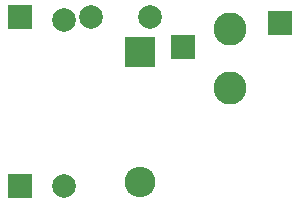
<source format=gts>
G04 #@! TF.GenerationSoftware,KiCad,Pcbnew,5.0.0-rc1-44a33f2~62~ubuntu16.04.1*
G04 #@! TF.CreationDate,2018-03-21T06:14:50+02:00*
G04 #@! TF.ProjectId,buck_led_driver,6275636B5F6C65645F6472697665722E,rev?*
G04 #@! TF.SameCoordinates,Original*
G04 #@! TF.FileFunction,Soldermask,Top*
G04 #@! TF.FilePolarity,Negative*
%FSLAX46Y46*%
G04 Gerber Fmt 4.6, Leading zero omitted, Abs format (unit mm)*
G04 Created by KiCad (PCBNEW 5.0.0-rc1-44a33f2~62~ubuntu16.04.1) date Wed Mar 21 06:14:50 2018*
%MOMM*%
%LPD*%
G01*
G04 APERTURE LIST*
%ADD10R,2.100000X2.100000*%
%ADD11C,2.800000*%
%ADD12O,2.600000X2.600000*%
%ADD13R,2.600000X2.600000*%
%ADD14C,2.000000*%
G04 APERTURE END LIST*
D10*
X173250000Y-81750000D03*
X165000000Y-83750000D03*
D11*
X169000000Y-82250000D03*
X169000000Y-87250000D03*
D12*
X161400000Y-95200000D03*
D13*
X161400000Y-84200000D03*
D14*
X155000000Y-81500000D03*
X155000000Y-95500000D03*
D10*
X151200000Y-81200000D03*
X151200000Y-95500000D03*
D14*
X157250000Y-81250000D03*
X162250000Y-81250000D03*
M02*

</source>
